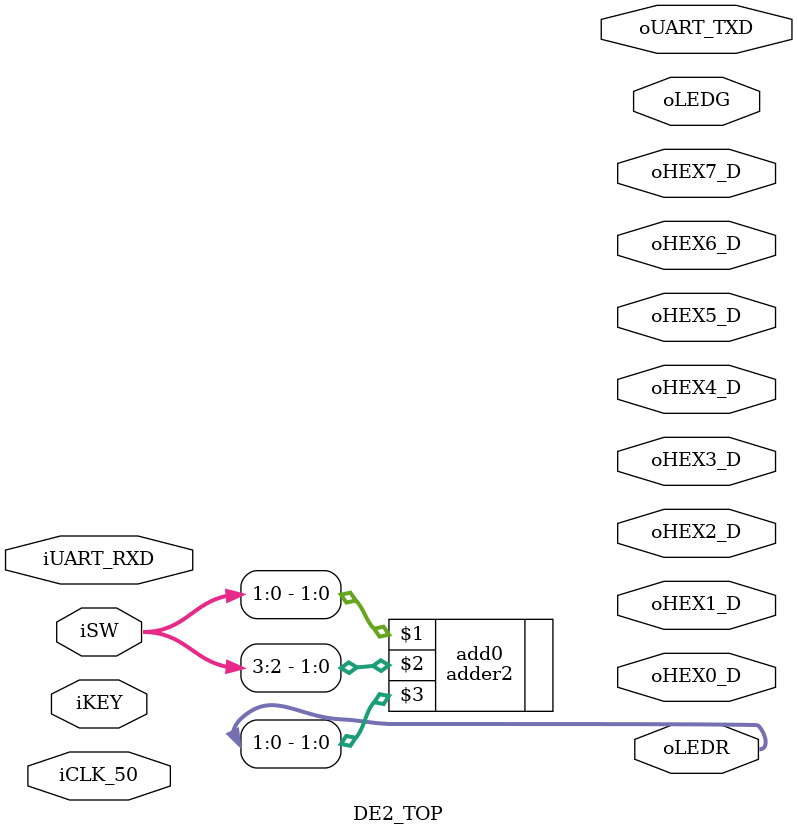
<source format=sv>

module DE2_TOP (
////////////////////////	Clock Input	 	////////////////////////
  input logic	iCLK_50,				//	50 MHz
////////////////////////	Push Button		////////////////////////
  input logic [3:0] iKEY,				//	Pushbutton[3:0]
////////////////////////	DPDT Switch		////////////////////////
  input logic [17:0] iSW,				//	Toggle Switch[17:0]
////////////////////////	7-SEG Dispaly	////////////////////////
  output logic [6:0] oHEX0_D,				//	Seven Segment Digit 0
  output logic [6:0] oHEX1_D,				//	Seven Segment Digit 1
  output logic [6:0] oHEX2_D,				//	Seven Segment Digit 2
  output logic [6:0] oHEX3_D,				//	Seven Segment Digit 3
  output logic [6:0] oHEX4_D,				//	Seven Segment Digit 4
  output logic [6:0] oHEX5_D,				//	Seven Segment Digit 5
  output logic [6:0] oHEX6_D,				//	Seven Segment Digit 6
  output logic [6:0] oHEX7_D,				//	Seven Segment Digit 7
////////////////////////////	LED		////////////////////////////
  output logic [7:0] oLEDG,				//	LED Green[8:0]
  output logic [17:0] oLEDR,				//	LED Red[17:0]
////////////////////////////	UART	////////////////////////////
  output logic oUART_TXD,				//	UART Transmitter
  input logic iUART_RXD					//	UART Receiver
);

//===========================================================================
// PARAMETER declarations
//===========================================================================


///////////////////////////////////////////////////////////////////
//=============================================================================
// REG/WIRE declarations
//=============================================================================



//=============================================================================
// Structural coding
//=============================================================================
  adder2 add0(iSW[1:0],iSW[3:2],oLEDR[1:0]);

endmodule


</source>
